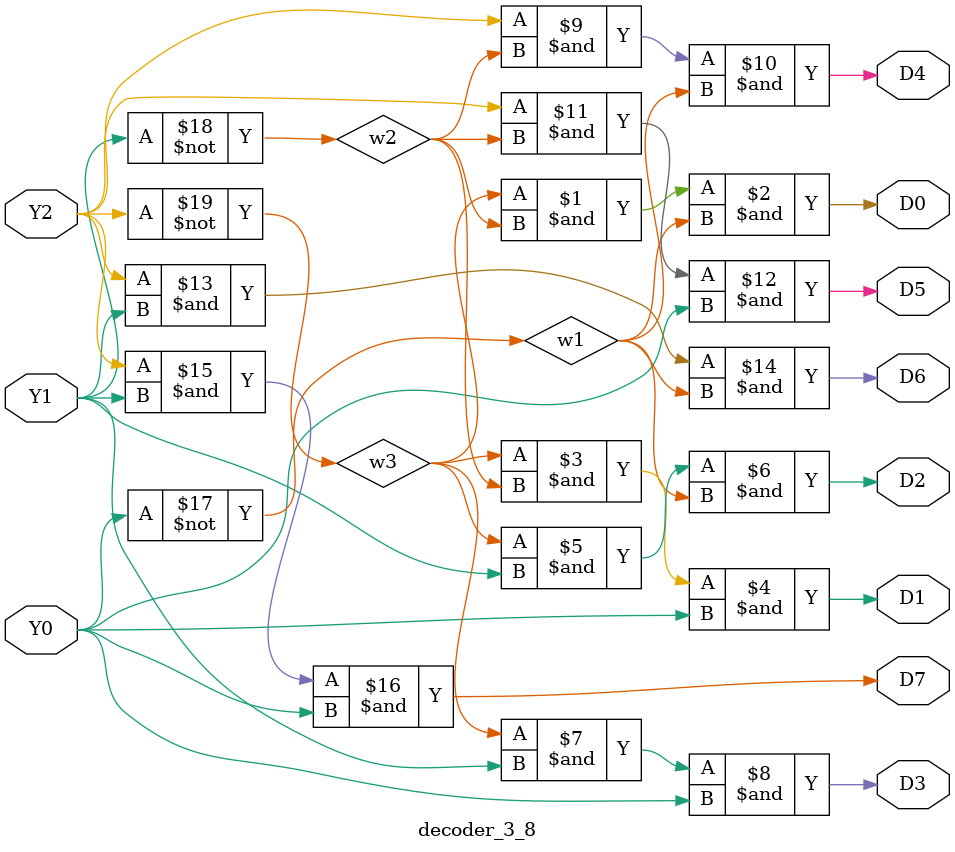
<source format=v>
module decoder_3_8(Y0, Y1, Y2, D0, D1, D2, D3, D4, D5,D6, D7);
	
	input Y0, Y1, Y2;
	output D0, D1, D2, D3, D4, D5,D6, D7;
	
	wire w1, w2, w3;
	
	not i1(w1, Y0);
	not i2(w2, Y1);
	not i3(w3, Y2);

	and o1(D0, w3, w2, w1);
	and o2(D1, w3, w2, Y0);
	and o3(D2, w3, Y1, w1);
	and o4(D3, w3, Y1, Y0);
	and o5(D4, Y2, w2, w1);
	and o6(D5, Y2, w2, Y0);
	and o7(D6, Y2, Y1, w1);
	and o8(D7, Y2, Y1, Y0);
   
endmodule

</source>
